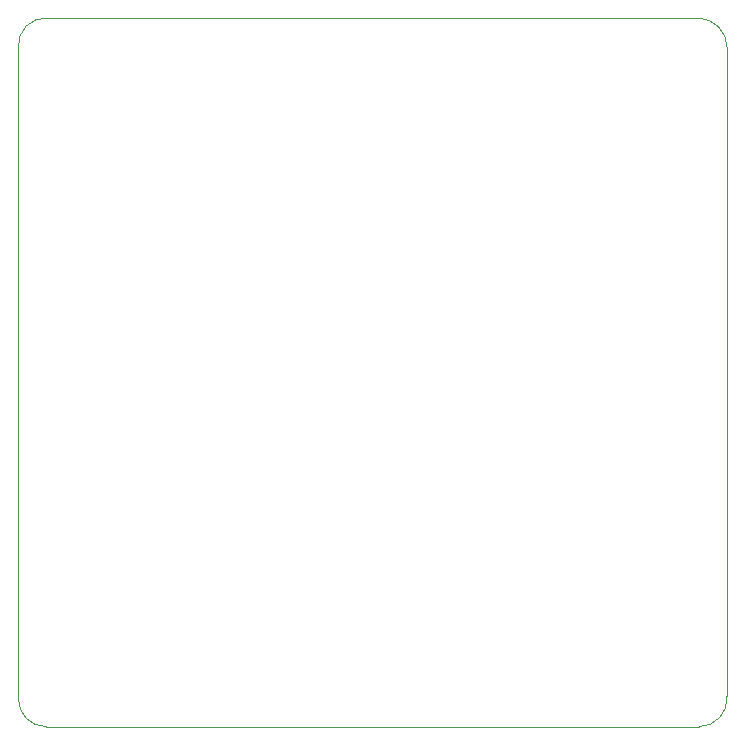
<source format=gbr>
%TF.GenerationSoftware,KiCad,Pcbnew,(6.0.7)*%
%TF.CreationDate,2023-07-05T17:17:39+02:00*%
%TF.ProjectId,project_alpha,70726f6a-6563-4745-9f61-6c7068612e6b,rev?*%
%TF.SameCoordinates,Original*%
%TF.FileFunction,Profile,NP*%
%FSLAX46Y46*%
G04 Gerber Fmt 4.6, Leading zero omitted, Abs format (unit mm)*
G04 Created by KiCad (PCBNEW (6.0.7)) date 2023-07-05 17:17:39*
%MOMM*%
%LPD*%
G01*
G04 APERTURE LIST*
%TA.AperFunction,Profile*%
%ADD10C,0.100000*%
%TD*%
G04 APERTURE END LIST*
D10*
X114999913Y-122599998D02*
G75*
G03*
X117375000Y-125000000I2338087J-61402D01*
G01*
X117500000Y-65000000D02*
X172500000Y-65000000D01*
X172625000Y-125000000D02*
X117375000Y-125000000D01*
X175012469Y-67500000D02*
G75*
G03*
X172500000Y-65000000I-2512469J-12500D01*
G01*
X115000000Y-122600000D02*
X115000000Y-67526583D01*
X172625000Y-125000039D02*
G75*
G03*
X175000000Y-122400000I0J2384739D01*
G01*
X175000000Y-122400000D02*
X175012468Y-67500000D01*
X117499998Y-65000031D02*
G75*
G03*
X115000000Y-67526583I-183598J-2318469D01*
G01*
M02*

</source>
